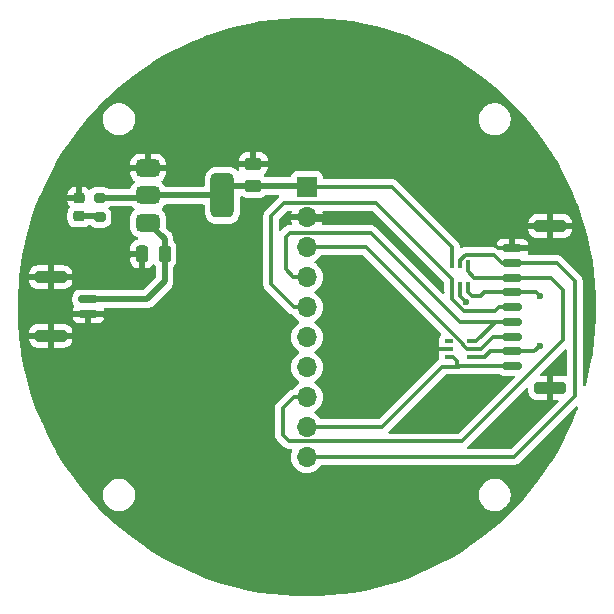
<source format=gtl>
G04 #@! TF.GenerationSoftware,KiCad,Pcbnew,8.0.1*
G04 #@! TF.CreationDate,2024-06-09T19:35:52+05:00*
G04 #@! TF.ProjectId,bno85,626e6f38-352e-46b6-9963-61645f706362,rev?*
G04 #@! TF.SameCoordinates,Original*
G04 #@! TF.FileFunction,Copper,L1,Top*
G04 #@! TF.FilePolarity,Positive*
%FSLAX46Y46*%
G04 Gerber Fmt 4.6, Leading zero omitted, Abs format (unit mm)*
G04 Created by KiCad (PCBNEW 8.0.1) date 2024-06-09 19:35:52*
%MOMM*%
%LPD*%
G01*
G04 APERTURE LIST*
G04 Aperture macros list*
%AMRoundRect*
0 Rectangle with rounded corners*
0 $1 Rounding radius*
0 $2 $3 $4 $5 $6 $7 $8 $9 X,Y pos of 4 corners*
0 Add a 4 corners polygon primitive as box body*
4,1,4,$2,$3,$4,$5,$6,$7,$8,$9,$2,$3,0*
0 Add four circle primitives for the rounded corners*
1,1,$1+$1,$2,$3*
1,1,$1+$1,$4,$5*
1,1,$1+$1,$6,$7*
1,1,$1+$1,$8,$9*
0 Add four rect primitives between the rounded corners*
20,1,$1+$1,$2,$3,$4,$5,0*
20,1,$1+$1,$4,$5,$6,$7,0*
20,1,$1+$1,$6,$7,$8,$9,0*
20,1,$1+$1,$8,$9,$2,$3,0*%
G04 Aperture macros list end*
G04 #@! TA.AperFunction,SMDPad,CuDef*
%ADD10RoundRect,0.100000X0.100000X-0.225000X0.100000X0.225000X-0.100000X0.225000X-0.100000X-0.225000X0*%
G04 #@! TD*
G04 #@! TA.AperFunction,SMDPad,CuDef*
%ADD11RoundRect,0.150000X0.700000X-0.150000X0.700000X0.150000X-0.700000X0.150000X-0.700000X-0.150000X0*%
G04 #@! TD*
G04 #@! TA.AperFunction,SMDPad,CuDef*
%ADD12RoundRect,0.250000X1.100000X-0.250000X1.100000X0.250000X-1.100000X0.250000X-1.100000X-0.250000X0*%
G04 #@! TD*
G04 #@! TA.AperFunction,SMDPad,CuDef*
%ADD13RoundRect,0.100000X-0.225000X-0.100000X0.225000X-0.100000X0.225000X0.100000X-0.225000X0.100000X0*%
G04 #@! TD*
G04 #@! TA.AperFunction,SMDPad,CuDef*
%ADD14RoundRect,0.375000X-0.625000X-0.375000X0.625000X-0.375000X0.625000X0.375000X-0.625000X0.375000X0*%
G04 #@! TD*
G04 #@! TA.AperFunction,SMDPad,CuDef*
%ADD15RoundRect,0.500000X-0.500000X-1.400000X0.500000X-1.400000X0.500000X1.400000X-0.500000X1.400000X0*%
G04 #@! TD*
G04 #@! TA.AperFunction,ComponentPad*
%ADD16R,1.700000X1.700000*%
G04 #@! TD*
G04 #@! TA.AperFunction,ComponentPad*
%ADD17O,1.700000X1.700000*%
G04 #@! TD*
G04 #@! TA.AperFunction,SMDPad,CuDef*
%ADD18RoundRect,0.218750X-0.256250X0.218750X-0.256250X-0.218750X0.256250X-0.218750X0.256250X0.218750X0*%
G04 #@! TD*
G04 #@! TA.AperFunction,SMDPad,CuDef*
%ADD19RoundRect,0.250000X-0.475000X0.250000X-0.475000X-0.250000X0.475000X-0.250000X0.475000X0.250000X0*%
G04 #@! TD*
G04 #@! TA.AperFunction,SMDPad,CuDef*
%ADD20RoundRect,0.150000X-0.700000X0.150000X-0.700000X-0.150000X0.700000X-0.150000X0.700000X0.150000X0*%
G04 #@! TD*
G04 #@! TA.AperFunction,SMDPad,CuDef*
%ADD21RoundRect,0.250000X-1.100000X0.250000X-1.100000X-0.250000X1.100000X-0.250000X1.100000X0.250000X0*%
G04 #@! TD*
G04 #@! TA.AperFunction,SMDPad,CuDef*
%ADD22RoundRect,0.200000X0.275000X-0.200000X0.275000X0.200000X-0.275000X0.200000X-0.275000X-0.200000X0*%
G04 #@! TD*
G04 #@! TA.AperFunction,SMDPad,CuDef*
%ADD23RoundRect,0.250000X-0.250000X-0.475000X0.250000X-0.475000X0.250000X0.475000X-0.250000X0.475000X0*%
G04 #@! TD*
G04 #@! TA.AperFunction,ViaPad*
%ADD24C,0.600000*%
G04 #@! TD*
G04 #@! TA.AperFunction,Conductor*
%ADD25C,0.500000*%
G04 #@! TD*
G04 #@! TA.AperFunction,Conductor*
%ADD26C,0.300000*%
G04 #@! TD*
G04 APERTURE END LIST*
D10*
X219350000Y-94950000D03*
X220000000Y-94949999D03*
X220650000Y-94950000D03*
X220650000Y-93050000D03*
X220000000Y-93050001D03*
X219350000Y-93050000D03*
D11*
X224450000Y-101699999D03*
X224450000Y-100450000D03*
X224450000Y-99199999D03*
X224450000Y-97950000D03*
X224449999Y-96700000D03*
X224450000Y-95450000D03*
X224450000Y-94200001D03*
X224450000Y-92950000D03*
X224450000Y-91700001D03*
D12*
X227650000Y-103550000D03*
X227650000Y-89850000D03*
D13*
X219050000Y-99600000D03*
X219050001Y-100250000D03*
X219050000Y-100900000D03*
X220950000Y-100900000D03*
X220949999Y-100250000D03*
X220950000Y-99600000D03*
D14*
X193600000Y-84950000D03*
X193600001Y-87250000D03*
D15*
X199899999Y-87250000D03*
D14*
X193600000Y-89550000D03*
D16*
X207050000Y-86540000D03*
D17*
X207050000Y-89080000D03*
X207050000Y-91619999D03*
X207050000Y-94160000D03*
X207050000Y-96700000D03*
X207050000Y-99240000D03*
X207050000Y-101780000D03*
X207050000Y-104320001D03*
X207050000Y-106860000D03*
X207050000Y-109400000D03*
D18*
X187750000Y-87437498D03*
X187750000Y-89012500D03*
D19*
X202500000Y-84550001D03*
X202500000Y-86449999D03*
D20*
X188550000Y-96025000D03*
X188550000Y-97275000D03*
D21*
X185350000Y-94175000D03*
X185350000Y-99125000D03*
D22*
X189500000Y-89075000D03*
X189500000Y-87425000D03*
D23*
X193100001Y-92200000D03*
X194999999Y-92200000D03*
D24*
X218850000Y-116720000D03*
X216310000Y-78620000D03*
X198530000Y-91320000D03*
X195990000Y-109100000D03*
X203610000Y-109100000D03*
X213770000Y-81160000D03*
X190250000Y-97750000D03*
X216310000Y-106560000D03*
X215000000Y-97600000D03*
X222500000Y-91000000D03*
X217750000Y-100250000D03*
X203610000Y-101480000D03*
X198530000Y-114180000D03*
X195990000Y-101480000D03*
X198530000Y-93860000D03*
X195990000Y-98940000D03*
X185830000Y-86240000D03*
X221390000Y-86240000D03*
X218850000Y-76080000D03*
X195990000Y-114180000D03*
X206150000Y-83700000D03*
X195990000Y-83700000D03*
X193450000Y-93860000D03*
X193450000Y-114180000D03*
X201070000Y-93860000D03*
X206150000Y-73540000D03*
X223930000Y-86240000D03*
X195990000Y-81160000D03*
X211230000Y-78620000D03*
X195990000Y-106560000D03*
X185830000Y-96400000D03*
X198530000Y-104020000D03*
X216310000Y-111640000D03*
X188370000Y-104020000D03*
X185830000Y-106560000D03*
X216310000Y-81160000D03*
X201070000Y-116720000D03*
X218850000Y-78620000D03*
X193450000Y-109100000D03*
X218850000Y-86240000D03*
X201070000Y-76080000D03*
X198530000Y-98940000D03*
X211230000Y-111640000D03*
X198530000Y-96400000D03*
X226470000Y-83700000D03*
X198530000Y-106560000D03*
X193450000Y-111640000D03*
X188370000Y-91320000D03*
X193450000Y-81160000D03*
X188370000Y-83700000D03*
X216310000Y-76080000D03*
X203610000Y-119260000D03*
X211230000Y-96400000D03*
X201070000Y-96400000D03*
X201070000Y-104020000D03*
X203610000Y-104020000D03*
X213770000Y-111640000D03*
X211230000Y-93860000D03*
X198530000Y-81160000D03*
X191650000Y-92600000D03*
X220493948Y-96257566D03*
X221390000Y-78620000D03*
X203610000Y-111640000D03*
X188370000Y-98940000D03*
X218850000Y-88780000D03*
X203610000Y-76080000D03*
X201070000Y-78620000D03*
X209500000Y-89250000D03*
X206150000Y-111640000D03*
X208690000Y-111640000D03*
X195990000Y-116720000D03*
X213770000Y-96400000D03*
X208690000Y-116720000D03*
X226470000Y-91320000D03*
X203610000Y-114180000D03*
X187800000Y-86074999D03*
X188370000Y-101480000D03*
X211230000Y-104020000D03*
X190910000Y-106560000D03*
X213770000Y-114180000D03*
X201070000Y-91320000D03*
X208690000Y-78620000D03*
X216310000Y-116720000D03*
X203610000Y-116720000D03*
X208690000Y-73540000D03*
X218850000Y-111640000D03*
X198530000Y-78620000D03*
X198530000Y-83700000D03*
X213770000Y-78620000D03*
X185830000Y-88780000D03*
X188370000Y-109100000D03*
X190910000Y-88780000D03*
X190910000Y-104020000D03*
X191500000Y-85500000D03*
X203610000Y-106560000D03*
X206150000Y-76080000D03*
X201070000Y-81160000D03*
X185830000Y-101480000D03*
X223930000Y-88780000D03*
X203610000Y-98940000D03*
X221390000Y-88780000D03*
X211230000Y-73540000D03*
X185830000Y-91320000D03*
X183290000Y-96400000D03*
X206150000Y-116720000D03*
X211230000Y-116720000D03*
X190910000Y-83700000D03*
X195990000Y-96400000D03*
X201070000Y-106560000D03*
X226470000Y-86240000D03*
X211230000Y-119260000D03*
X201070000Y-119260000D03*
X206150000Y-119260000D03*
X203610000Y-96400000D03*
X201070000Y-111640000D03*
X195990000Y-111640000D03*
X213770000Y-76080000D03*
X208690000Y-76080000D03*
X206150000Y-78620000D03*
X188370000Y-93860000D03*
X211230000Y-114180000D03*
X213770000Y-119260000D03*
X211230000Y-83700000D03*
X193450000Y-104020000D03*
X195990000Y-104020000D03*
X195990000Y-76080000D03*
X208690000Y-81160000D03*
X213770000Y-116720000D03*
X211230000Y-81160000D03*
X216310000Y-83700000D03*
X195990000Y-88780000D03*
X203610000Y-78620000D03*
X216310000Y-114180000D03*
X213770000Y-98940000D03*
X211230000Y-76080000D03*
X201070000Y-101480000D03*
X208690000Y-114180000D03*
X195990000Y-78620000D03*
X190910000Y-101480000D03*
X223930000Y-106560000D03*
X208690000Y-119260000D03*
X206150000Y-81160000D03*
X198530000Y-109100000D03*
X218850000Y-81160000D03*
X206150000Y-114180000D03*
X221390000Y-83700000D03*
X193450000Y-78620000D03*
X198530000Y-76080000D03*
X198530000Y-116720000D03*
X216310000Y-86240000D03*
X214400000Y-100500000D03*
X193450000Y-106560000D03*
X202500000Y-83250000D03*
X223930000Y-83700000D03*
X208690000Y-83700000D03*
X218850000Y-83700000D03*
X188370000Y-106560000D03*
X201070000Y-98940000D03*
X190910000Y-109100000D03*
X218850000Y-114180000D03*
X193450000Y-98940000D03*
X193450000Y-101480000D03*
X201070000Y-109100000D03*
X229010000Y-91320000D03*
X218850000Y-106560000D03*
X213770000Y-83700000D03*
X198530000Y-101480000D03*
X201070000Y-114180000D03*
X203610000Y-73540000D03*
X198530000Y-111640000D03*
X203610000Y-81160000D03*
X185830000Y-104020000D03*
X226750000Y-100000000D03*
X226750000Y-95750000D03*
D25*
X194999999Y-94525001D02*
X193500000Y-96025000D01*
X193600000Y-89550000D02*
X194999999Y-90949999D01*
X188550000Y-96025000D02*
X193500000Y-96025000D01*
X194999999Y-92200000D02*
X194999999Y-94525001D01*
X194999999Y-90949999D02*
X194999999Y-92200000D01*
X202500000Y-84550001D02*
X202500000Y-83250000D01*
X190250000Y-97750000D02*
X189775000Y-97275000D01*
X192050000Y-84950000D02*
X191500000Y-85500000D01*
X192050000Y-92200000D02*
X193100001Y-92200000D01*
D26*
X220493948Y-96257566D02*
X220000000Y-95763618D01*
D25*
X189775000Y-97275000D02*
X188550000Y-97275000D01*
D26*
X224450000Y-91700001D02*
X223200001Y-91700001D01*
D25*
X187750000Y-86124998D02*
X187800000Y-86074999D01*
X191650000Y-92600000D02*
X192050000Y-92200000D01*
X187750000Y-87437497D02*
X187750000Y-86124998D01*
X209500000Y-89250000D02*
X207220000Y-89250000D01*
D26*
X220000000Y-95763618D02*
X220000000Y-94949999D01*
X217750000Y-100250000D02*
X219050001Y-100250000D01*
D25*
X193600000Y-84950000D02*
X192050000Y-84950000D01*
X207220000Y-89250000D02*
X207050000Y-89080000D01*
D26*
X223200001Y-91700001D02*
X222500000Y-91000000D01*
D25*
X202500000Y-86449999D02*
X200700000Y-86449999D01*
D26*
X219350000Y-93050000D02*
X219350000Y-91600000D01*
D25*
X200700000Y-86449999D02*
X199899999Y-87250000D01*
X193425001Y-87425000D02*
X193600001Y-87250000D01*
D26*
X219350000Y-91600000D02*
X214290000Y-86540000D01*
X214290000Y-86540000D02*
X207050000Y-86540000D01*
D25*
X202500000Y-86449999D02*
X206959999Y-86449999D01*
X193600001Y-87250000D02*
X199899999Y-87250000D01*
X189500000Y-87425000D02*
X193425001Y-87425000D01*
X206959999Y-86449999D02*
X207050000Y-86540000D01*
D26*
X213390000Y-106860000D02*
X218500000Y-101750000D01*
X207050000Y-106860000D02*
X213390000Y-106860000D01*
X218500000Y-101750000D02*
X219899998Y-101750000D01*
X219899998Y-101750000D02*
X219949999Y-101699999D01*
X219750000Y-101500000D02*
X219949999Y-101699999D01*
X219949999Y-101699999D02*
X224450000Y-101699999D01*
X219400000Y-100900000D02*
X219750000Y-101250000D01*
X219750000Y-101250000D02*
X219750000Y-101500000D01*
X219050000Y-100900000D02*
X219400000Y-100900000D01*
X220190000Y-108060000D02*
X228750000Y-99500000D01*
X205560000Y-108060000D02*
X220190000Y-108060000D01*
X228750000Y-95250000D02*
X227700001Y-94200001D01*
X228750000Y-99500000D02*
X228750000Y-95250000D01*
X227700001Y-94200001D02*
X224450000Y-94200001D01*
X220650000Y-93050000D02*
X220650000Y-93650000D01*
X220650000Y-93650000D02*
X221200001Y-94200001D01*
X205000000Y-107500000D02*
X205560000Y-108060000D01*
X207050000Y-104320001D02*
X205929999Y-104320001D01*
X205000000Y-105250000D02*
X205000000Y-107500000D01*
X205929999Y-104320001D02*
X205000000Y-105250000D01*
X221200001Y-94200001D02*
X224450000Y-94200001D01*
X220000000Y-92725002D02*
X220475002Y-92250000D01*
X229750000Y-94500000D02*
X228200000Y-92950000D01*
X223600001Y-92950000D02*
X224450000Y-92950000D01*
X220000000Y-93050001D02*
X220000000Y-92725002D01*
X224600000Y-109400000D02*
X229750000Y-104250000D01*
X228200000Y-92950000D02*
X224450000Y-92950000D01*
X220475002Y-92250000D02*
X222900001Y-92250000D01*
X229750000Y-104250000D02*
X229750000Y-94500000D01*
X207050000Y-109400000D02*
X224600000Y-109400000D01*
X222900001Y-92250000D02*
X223600001Y-92950000D01*
X220950000Y-100900000D02*
X222100000Y-100900000D01*
X222550000Y-100450000D02*
X224450000Y-100450000D01*
X224450000Y-100450000D02*
X226300000Y-100450000D01*
X226300000Y-100450000D02*
X226750000Y-100000000D01*
X222100000Y-100900000D02*
X222550000Y-100450000D01*
X212450317Y-90419999D02*
X205580001Y-90419999D01*
X205580001Y-90419999D02*
X205250000Y-90750000D01*
X205910000Y-94160000D02*
X207050000Y-94160000D01*
X223050000Y-97950000D02*
X219980318Y-97950000D01*
X205250000Y-93500000D02*
X205910000Y-94160000D01*
X205250000Y-90750000D02*
X205250000Y-93500000D01*
X219980318Y-97950000D02*
X212450317Y-90419999D01*
X221400000Y-99600000D02*
X223050000Y-97950000D01*
X220950000Y-99600000D02*
X221400000Y-99600000D01*
X223050000Y-97950000D02*
X224450000Y-97950000D01*
X219350000Y-94350000D02*
X219350000Y-94950000D01*
X205950000Y-96700000D02*
X204000000Y-94750000D01*
X220317143Y-97000000D02*
X223000000Y-97000000D01*
X204000000Y-89000000D02*
X205120000Y-87880000D01*
X219350000Y-94950000D02*
X219350000Y-96032857D01*
X219350000Y-96032857D02*
X220317143Y-97000000D01*
X207050000Y-96700000D02*
X205950000Y-96700000D01*
X212880000Y-87880000D02*
X219350000Y-94350000D01*
X205120000Y-87880000D02*
X212880000Y-87880000D01*
X204000000Y-94750000D02*
X204000000Y-89000000D01*
X223000000Y-97000000D02*
X223300000Y-96700000D01*
X223300000Y-96700000D02*
X224449999Y-96700000D01*
X220650000Y-94950000D02*
X220650000Y-95400000D01*
X222050000Y-95450000D02*
X224450000Y-95450000D01*
X220650000Y-95400000D02*
X221000000Y-95750000D01*
X221000000Y-95750000D02*
X221750000Y-95750000D01*
X224450000Y-95450000D02*
X226450000Y-95450000D01*
X226450000Y-95450000D02*
X226750000Y-95750000D01*
X221750000Y-95750000D02*
X222050000Y-95450000D01*
X220625000Y-100250000D02*
X220949999Y-100250000D01*
X220949999Y-100250000D02*
X221750000Y-100250000D01*
X222800001Y-99199999D02*
X224450000Y-99199999D01*
X212034167Y-91619999D02*
X220250000Y-99835832D01*
X221750000Y-100250000D02*
X222800001Y-99199999D01*
X207050000Y-91619999D02*
X212034167Y-91619999D01*
X224399999Y-99250000D02*
X224450000Y-99199999D01*
X220250000Y-99835832D02*
X220250000Y-99875000D01*
X220250000Y-99875000D02*
X220625000Y-100250000D01*
D25*
X189437500Y-89012500D02*
X189500000Y-89075000D01*
X187750000Y-89012500D02*
X189437500Y-89012500D01*
G04 #@! TA.AperFunction,Conductor*
G36*
X208034027Y-72220319D02*
G01*
X208038954Y-72220517D01*
X209018919Y-72279794D01*
X209023860Y-72280193D01*
X210000617Y-72378879D01*
X210005551Y-72379478D01*
X210977534Y-72517412D01*
X210982431Y-72518208D01*
X211948078Y-72695170D01*
X211952963Y-72696167D01*
X212910684Y-72911863D01*
X212915511Y-72913053D01*
X213863819Y-73167152D01*
X213868568Y-73168528D01*
X214805844Y-73460594D01*
X214810506Y-73462150D01*
X215735317Y-73791741D01*
X215739942Y-73793496D01*
X216650690Y-74160040D01*
X216655229Y-74161973D01*
X217550476Y-74564891D01*
X217554979Y-74567028D01*
X218433264Y-75005661D01*
X218437664Y-75007970D01*
X219297571Y-75481611D01*
X219301876Y-75484096D01*
X220142031Y-75991986D01*
X220146200Y-75994623D01*
X220965219Y-76535930D01*
X220969320Y-76538760D01*
X221765881Y-77112608D01*
X221769834Y-77115579D01*
X222454371Y-77651880D01*
X222542642Y-77721036D01*
X222546510Y-77724195D01*
X223294250Y-78360225D01*
X223297989Y-78363536D01*
X224019580Y-79029222D01*
X224023181Y-79032682D01*
X224717317Y-79726818D01*
X224720777Y-79730419D01*
X225386463Y-80452010D01*
X225389774Y-80455749D01*
X226025804Y-81203489D01*
X226028963Y-81207357D01*
X226606986Y-81945148D01*
X226634405Y-81980145D01*
X226637396Y-81984126D01*
X227030612Y-82529950D01*
X227211232Y-82780670D01*
X227214069Y-82784780D01*
X227726756Y-83560495D01*
X227755360Y-83603773D01*
X227758021Y-83607982D01*
X227893236Y-83831655D01*
X228265897Y-84448113D01*
X228268394Y-84452438D01*
X228742023Y-85312324D01*
X228744344Y-85316746D01*
X229182967Y-86195011D01*
X229185108Y-86199523D01*
X229396640Y-86669528D01*
X229577964Y-87072414D01*
X229588014Y-87094743D01*
X229589971Y-87099337D01*
X229956498Y-88010043D01*
X229958267Y-88014709D01*
X230286580Y-88935931D01*
X230287834Y-88939448D01*
X230289415Y-88944186D01*
X230581464Y-89881408D01*
X230582854Y-89886204D01*
X230836943Y-90834477D01*
X230838138Y-90839326D01*
X231053831Y-91797032D01*
X231054830Y-91801925D01*
X231231788Y-92767551D01*
X231232589Y-92772481D01*
X231370519Y-93744436D01*
X231371121Y-93749393D01*
X231469804Y-94726120D01*
X231470206Y-94731098D01*
X231529480Y-95711014D01*
X231529681Y-95716004D01*
X231549449Y-96697503D01*
X231549449Y-96702497D01*
X231529681Y-97683995D01*
X231529480Y-97688985D01*
X231470206Y-98668901D01*
X231469804Y-98673879D01*
X231371121Y-99650606D01*
X231370519Y-99655563D01*
X231232589Y-100627518D01*
X231231788Y-100632448D01*
X231054830Y-101598074D01*
X231053831Y-101602967D01*
X230838138Y-102560673D01*
X230836943Y-102565522D01*
X230644275Y-103284570D01*
X230607910Y-103344230D01*
X230545063Y-103374759D01*
X230475687Y-103366464D01*
X230421810Y-103321979D01*
X230400535Y-103255427D01*
X230400500Y-103252476D01*
X230400500Y-94435928D01*
X230375502Y-94310261D01*
X230375501Y-94310260D01*
X230375501Y-94310256D01*
X230326465Y-94191873D01*
X230305340Y-94160257D01*
X230305168Y-94160000D01*
X230255278Y-94085332D01*
X230255272Y-94085325D01*
X228614673Y-92444726D01*
X228614669Y-92444723D01*
X228508127Y-92373535D01*
X228409948Y-92332868D01*
X228389744Y-92324499D01*
X228389738Y-92324497D01*
X228264071Y-92299500D01*
X228264069Y-92299500D01*
X225856725Y-92299500D01*
X225789686Y-92279815D01*
X225743931Y-92227011D01*
X225733987Y-92157853D01*
X225748232Y-92117375D01*
X225748185Y-92117355D01*
X225748480Y-92116673D01*
X225749990Y-92112383D01*
X225751281Y-92110198D01*
X225797100Y-91952487D01*
X225797295Y-91950002D01*
X225797295Y-91950001D01*
X224324000Y-91950001D01*
X224256961Y-91930316D01*
X224211206Y-91877512D01*
X224200000Y-91826001D01*
X224200000Y-90900001D01*
X224700000Y-90900001D01*
X224700000Y-91450001D01*
X225797295Y-91450001D01*
X225797295Y-91449999D01*
X225797100Y-91447514D01*
X225751281Y-91289802D01*
X225667685Y-91148448D01*
X225667678Y-91148439D01*
X225551561Y-91032322D01*
X225551552Y-91032315D01*
X225410196Y-90948718D01*
X225410193Y-90948717D01*
X225252495Y-90902901D01*
X225252489Y-90902900D01*
X225215649Y-90900001D01*
X224700000Y-90900001D01*
X224200000Y-90900001D01*
X223684350Y-90900001D01*
X223647510Y-90902900D01*
X223647504Y-90902901D01*
X223489806Y-90948717D01*
X223489803Y-90948718D01*
X223348447Y-91032315D01*
X223348438Y-91032322D01*
X223232321Y-91148439D01*
X223232314Y-91148448D01*
X223148717Y-91289804D01*
X223148716Y-91289807D01*
X223102900Y-91447505D01*
X223102899Y-91447511D01*
X223099884Y-91485830D01*
X223075000Y-91551118D01*
X223018769Y-91592589D01*
X222970162Y-91598739D01*
X222970162Y-91599500D01*
X222964148Y-91599500D01*
X222964116Y-91599504D01*
X222964075Y-91599500D01*
X222964070Y-91599500D01*
X220410933Y-91599500D01*
X220410931Y-91599500D01*
X220285263Y-91624497D01*
X220285253Y-91624500D01*
X220171952Y-91671431D01*
X220102483Y-91678900D01*
X220040004Y-91647625D01*
X220004352Y-91587535D01*
X220000500Y-91556870D01*
X220000500Y-91535928D01*
X219975502Y-91410260D01*
X219975500Y-91410254D01*
X219955189Y-91361221D01*
X219955187Y-91361216D01*
X219926468Y-91291878D01*
X219926462Y-91291868D01*
X219855278Y-91185332D01*
X219855272Y-91185325D01*
X218769947Y-90100000D01*
X225800001Y-90100000D01*
X225800001Y-90149986D01*
X225810494Y-90252697D01*
X225865641Y-90419119D01*
X225865643Y-90419124D01*
X225957684Y-90568345D01*
X226081654Y-90692315D01*
X226230875Y-90784356D01*
X226230880Y-90784358D01*
X226397302Y-90839505D01*
X226397309Y-90839506D01*
X226500019Y-90849999D01*
X227399999Y-90849999D01*
X227400000Y-90849998D01*
X227400000Y-90100000D01*
X227900000Y-90100000D01*
X227900000Y-90849999D01*
X228799972Y-90849999D01*
X228799986Y-90849998D01*
X228902697Y-90839505D01*
X229069119Y-90784358D01*
X229069124Y-90784356D01*
X229218345Y-90692315D01*
X229342315Y-90568345D01*
X229434356Y-90419124D01*
X229434358Y-90419119D01*
X229489505Y-90252697D01*
X229489506Y-90252690D01*
X229499999Y-90149986D01*
X229500000Y-90149973D01*
X229500000Y-90100000D01*
X227900000Y-90100000D01*
X227400000Y-90100000D01*
X225800001Y-90100000D01*
X218769947Y-90100000D01*
X218269947Y-89600000D01*
X225800000Y-89600000D01*
X227400000Y-89600000D01*
X227400000Y-88850000D01*
X227900000Y-88850000D01*
X227900000Y-89600000D01*
X229499999Y-89600000D01*
X229499999Y-89550028D01*
X229499998Y-89550013D01*
X229489505Y-89447302D01*
X229434358Y-89280880D01*
X229434356Y-89280875D01*
X229342315Y-89131654D01*
X229218345Y-89007684D01*
X229069124Y-88915643D01*
X229069119Y-88915641D01*
X228902697Y-88860494D01*
X228902690Y-88860493D01*
X228799986Y-88850000D01*
X227900000Y-88850000D01*
X227400000Y-88850000D01*
X226500028Y-88850000D01*
X226500012Y-88850001D01*
X226397302Y-88860494D01*
X226230880Y-88915641D01*
X226230875Y-88915643D01*
X226081654Y-89007684D01*
X225957684Y-89131654D01*
X225865643Y-89280875D01*
X225865641Y-89280880D01*
X225810494Y-89447302D01*
X225810493Y-89447309D01*
X225800000Y-89550013D01*
X225800000Y-89600000D01*
X218269947Y-89600000D01*
X214704673Y-86034726D01*
X214666213Y-86009028D01*
X214598127Y-85963535D01*
X214479744Y-85914499D01*
X214479738Y-85914497D01*
X214354071Y-85889500D01*
X214354069Y-85889500D01*
X208524499Y-85889500D01*
X208457460Y-85869815D01*
X208411705Y-85817011D01*
X208400499Y-85765500D01*
X208400499Y-85642129D01*
X208400498Y-85642123D01*
X208399036Y-85628523D01*
X208394091Y-85582517D01*
X208354717Y-85476951D01*
X208343797Y-85447671D01*
X208343793Y-85447664D01*
X208257547Y-85332455D01*
X208257544Y-85332452D01*
X208142335Y-85246206D01*
X208142328Y-85246202D01*
X208007482Y-85195908D01*
X208007483Y-85195908D01*
X207947883Y-85189501D01*
X207947881Y-85189500D01*
X207947873Y-85189500D01*
X207947864Y-85189500D01*
X206152129Y-85189500D01*
X206152123Y-85189501D01*
X206092516Y-85195908D01*
X205957671Y-85246202D01*
X205957664Y-85246206D01*
X205842455Y-85332452D01*
X205842452Y-85332455D01*
X205756206Y-85447664D01*
X205756202Y-85447671D01*
X205705908Y-85582516D01*
X205705238Y-85588756D01*
X205678499Y-85653307D01*
X205621106Y-85693154D01*
X205581949Y-85699499D01*
X203587230Y-85699499D01*
X203520191Y-85679814D01*
X203499549Y-85663180D01*
X203443656Y-85607287D01*
X203443654Y-85607286D01*
X203440347Y-85605246D01*
X203438554Y-85603252D01*
X203437989Y-85602806D01*
X203438065Y-85602709D01*
X203393621Y-85553300D01*
X203382397Y-85484338D01*
X203410239Y-85420255D01*
X203440352Y-85394163D01*
X203443344Y-85392317D01*
X203567315Y-85268346D01*
X203659356Y-85119125D01*
X203659358Y-85119120D01*
X203714505Y-84952698D01*
X203714506Y-84952691D01*
X203724999Y-84849987D01*
X203725000Y-84849974D01*
X203725000Y-84800001D01*
X201275001Y-84800001D01*
X201275001Y-84849987D01*
X201285494Y-84952698D01*
X201300663Y-84998475D01*
X201303065Y-85068304D01*
X201267333Y-85128345D01*
X201204813Y-85159538D01*
X201135353Y-85151977D01*
X201104596Y-85133581D01*
X200953408Y-85010304D01*
X200953409Y-85010304D01*
X200953406Y-85010302D01*
X200773048Y-84916091D01*
X200773047Y-84916090D01*
X200773044Y-84916089D01*
X200655828Y-84882550D01*
X200577417Y-84860114D01*
X200577414Y-84860113D01*
X200577412Y-84860113D01*
X200511101Y-84854217D01*
X200458036Y-84849500D01*
X200458031Y-84849500D01*
X199341970Y-84849500D01*
X199341964Y-84849500D01*
X199341963Y-84849501D01*
X199330315Y-84850536D01*
X199222583Y-84860113D01*
X199026953Y-84916089D01*
X198956883Y-84952691D01*
X198846592Y-85010302D01*
X198846590Y-85010303D01*
X198846589Y-85010304D01*
X198688889Y-85138890D01*
X198583333Y-85268346D01*
X198560301Y-85296593D01*
X198513195Y-85386772D01*
X198466088Y-85476954D01*
X198410113Y-85672583D01*
X198410112Y-85672586D01*
X198399499Y-85791966D01*
X198399499Y-86375500D01*
X198379814Y-86442539D01*
X198327010Y-86488294D01*
X198275499Y-86499500D01*
X195092943Y-86499500D01*
X195025904Y-86479815D01*
X194981855Y-86430594D01*
X194967031Y-86400704D01*
X194847723Y-86252278D01*
X194847722Y-86252277D01*
X194778116Y-86196326D01*
X194738197Y-86138983D01*
X194735617Y-86069161D01*
X194771196Y-86009028D01*
X194778116Y-86003031D01*
X194847369Y-85947364D01*
X194966607Y-85799025D01*
X194966609Y-85799022D01*
X195051168Y-85628523D01*
X195097102Y-85443824D01*
X195100000Y-85401096D01*
X195100000Y-85200000D01*
X192100000Y-85200000D01*
X192100000Y-85401096D01*
X192102897Y-85443824D01*
X192148831Y-85628523D01*
X192233390Y-85799022D01*
X192233392Y-85799025D01*
X192352631Y-85947364D01*
X192421885Y-86003033D01*
X192461803Y-86060376D01*
X192464383Y-86130199D01*
X192428804Y-86190331D01*
X192421885Y-86196327D01*
X192417909Y-86199523D01*
X192352281Y-86252277D01*
X192352277Y-86252280D01*
X192232970Y-86400704D01*
X192232968Y-86400707D01*
X192148361Y-86571303D01*
X192148360Y-86571306D01*
X192146093Y-86580424D01*
X192110812Y-86640732D01*
X192048527Y-86672392D01*
X192025758Y-86674500D01*
X190252977Y-86674500D01*
X190188828Y-86656617D01*
X190064606Y-86581522D01*
X189902196Y-86530914D01*
X189902194Y-86530913D01*
X189902192Y-86530913D01*
X189852778Y-86526423D01*
X189831616Y-86524500D01*
X189168384Y-86524500D01*
X189149145Y-86526248D01*
X189097807Y-86530913D01*
X188935393Y-86581522D01*
X188789811Y-86669530D01*
X188789810Y-86669531D01*
X188719336Y-86740006D01*
X188658013Y-86773491D01*
X188588321Y-86768507D01*
X188543974Y-86740006D01*
X188455080Y-86651112D01*
X188312077Y-86562906D01*
X188312072Y-86562904D01*
X188152583Y-86510055D01*
X188054150Y-86499998D01*
X188000000Y-86499998D01*
X188000000Y-87563498D01*
X187980315Y-87630537D01*
X187927511Y-87676292D01*
X187876000Y-87687498D01*
X186775001Y-87687498D01*
X186775001Y-87704150D01*
X186785056Y-87802581D01*
X186837906Y-87962070D01*
X186837908Y-87962075D01*
X186926114Y-88105078D01*
X186958001Y-88136965D01*
X186991486Y-88198288D01*
X186986502Y-88267980D01*
X186958001Y-88312327D01*
X186925719Y-88344608D01*
X186925716Y-88344612D01*
X186837455Y-88487704D01*
X186837450Y-88487715D01*
X186813868Y-88558881D01*
X186784564Y-88647315D01*
X186784564Y-88647316D01*
X186784563Y-88647316D01*
X186774500Y-88745818D01*
X186774500Y-89279181D01*
X186784563Y-89377683D01*
X186837450Y-89537284D01*
X186837455Y-89537295D01*
X186925716Y-89680387D01*
X186925719Y-89680391D01*
X187044608Y-89799280D01*
X187044612Y-89799283D01*
X187187704Y-89887544D01*
X187187707Y-89887545D01*
X187187713Y-89887549D01*
X187347315Y-89940436D01*
X187445826Y-89950500D01*
X187445831Y-89950500D01*
X188054169Y-89950500D01*
X188054174Y-89950500D01*
X188152685Y-89940436D01*
X188312287Y-89887549D01*
X188455391Y-89799281D01*
X188455396Y-89799275D01*
X188461054Y-89794803D01*
X188461828Y-89795782D01*
X188516676Y-89765834D01*
X188543034Y-89763000D01*
X188670981Y-89763000D01*
X188738020Y-89782685D01*
X188758663Y-89799320D01*
X188789811Y-89830469D01*
X188789813Y-89830470D01*
X188789815Y-89830472D01*
X188935394Y-89918478D01*
X189097804Y-89969086D01*
X189168384Y-89975500D01*
X189168387Y-89975500D01*
X189831613Y-89975500D01*
X189831616Y-89975500D01*
X189902196Y-89969086D01*
X190064606Y-89918478D01*
X190210185Y-89830472D01*
X190330472Y-89710185D01*
X190418478Y-89564606D01*
X190469086Y-89402196D01*
X190475500Y-89331616D01*
X190475500Y-88818384D01*
X190469086Y-88747804D01*
X190418478Y-88585394D01*
X190330472Y-88439815D01*
X190330470Y-88439813D01*
X190330469Y-88439811D01*
X190277839Y-88387181D01*
X190244354Y-88325858D01*
X190249338Y-88256166D01*
X190291210Y-88200233D01*
X190356674Y-88175816D01*
X190365520Y-88175500D01*
X192234805Y-88175500D01*
X192301844Y-88195185D01*
X192331452Y-88221813D01*
X192352272Y-88247715D01*
X192352281Y-88247724D01*
X192421486Y-88303352D01*
X192461405Y-88360695D01*
X192463985Y-88430517D01*
X192428407Y-88490650D01*
X192421487Y-88496646D01*
X192352280Y-88552277D01*
X192352276Y-88552280D01*
X192232969Y-88700704D01*
X192232967Y-88700707D01*
X192148360Y-88871302D01*
X192102400Y-89056107D01*
X192099500Y-89098879D01*
X192099500Y-90001122D01*
X192099501Y-90001125D01*
X192102399Y-90043886D01*
X192102399Y-90043887D01*
X192148360Y-90228696D01*
X192232967Y-90399292D01*
X192232969Y-90399295D01*
X192352277Y-90547721D01*
X192352278Y-90547722D01*
X192500704Y-90667030D01*
X192500707Y-90667032D01*
X192585335Y-90709003D01*
X192671307Y-90751641D01*
X192673747Y-90752247D01*
X192675077Y-90753026D01*
X192677617Y-90753959D01*
X192677449Y-90754413D01*
X192734054Y-90787523D01*
X192765717Y-90849806D01*
X192758682Y-90919321D01*
X192715180Y-90973996D01*
X192682832Y-90990289D01*
X192530879Y-91040642D01*
X192530876Y-91040643D01*
X192381655Y-91132684D01*
X192257685Y-91256654D01*
X192165644Y-91405875D01*
X192165642Y-91405880D01*
X192110495Y-91572302D01*
X192110494Y-91572309D01*
X192100001Y-91675013D01*
X192100001Y-91950000D01*
X193226001Y-91950000D01*
X193293040Y-91969685D01*
X193338795Y-92022489D01*
X193350001Y-92074000D01*
X193350001Y-93424999D01*
X193399973Y-93424999D01*
X193399987Y-93424998D01*
X193502698Y-93414505D01*
X193669120Y-93359358D01*
X193669125Y-93359356D01*
X193818346Y-93267315D01*
X193942317Y-93143344D01*
X193944163Y-93140352D01*
X193945967Y-93138728D01*
X193946799Y-93137677D01*
X193946978Y-93137819D01*
X193996107Y-93093623D01*
X194065069Y-93082396D01*
X194129153Y-93110235D01*
X194155246Y-93140347D01*
X194157286Y-93143654D01*
X194157287Y-93143656D01*
X194213180Y-93199549D01*
X194246665Y-93260872D01*
X194249499Y-93287230D01*
X194249499Y-94162771D01*
X194229814Y-94229810D01*
X194213180Y-94250452D01*
X193225451Y-95238181D01*
X193164128Y-95271666D01*
X193137770Y-95274500D01*
X189532328Y-95274500D01*
X189497733Y-95269576D01*
X189352573Y-95227402D01*
X189352567Y-95227401D01*
X189315701Y-95224500D01*
X189315694Y-95224500D01*
X187784306Y-95224500D01*
X187784298Y-95224500D01*
X187747432Y-95227401D01*
X187747426Y-95227402D01*
X187589606Y-95273254D01*
X187589603Y-95273255D01*
X187448137Y-95356917D01*
X187448129Y-95356923D01*
X187331923Y-95473129D01*
X187331917Y-95473137D01*
X187248255Y-95614603D01*
X187248254Y-95614606D01*
X187202402Y-95772426D01*
X187202401Y-95772432D01*
X187199500Y-95809298D01*
X187199500Y-96240701D01*
X187202401Y-96277567D01*
X187202402Y-96277573D01*
X187248254Y-96435393D01*
X187248255Y-96435396D01*
X187248256Y-96435398D01*
X187272143Y-96475789D01*
X187335890Y-96583580D01*
X187334045Y-96584670D01*
X187355551Y-96639463D01*
X187341862Y-96707979D01*
X187336252Y-96716707D01*
X187336288Y-96716729D01*
X187248718Y-96864801D01*
X187202899Y-97022513D01*
X187202704Y-97024998D01*
X187202705Y-97025000D01*
X189897295Y-97025000D01*
X189897295Y-97024998D01*
X189897100Y-97022511D01*
X189871413Y-96934094D01*
X189871613Y-96864225D01*
X189909556Y-96805555D01*
X189973194Y-96776712D01*
X189990490Y-96775500D01*
X193573920Y-96775500D01*
X193671462Y-96756096D01*
X193718913Y-96746658D01*
X193855495Y-96690084D01*
X193904729Y-96657186D01*
X193978416Y-96607952D01*
X195582951Y-95003417D01*
X195613226Y-94958106D01*
X195653293Y-94898142D01*
X195653297Y-94898135D01*
X195665083Y-94880496D01*
X195721657Y-94743914D01*
X195750499Y-94598919D01*
X195750499Y-93287230D01*
X195770184Y-93220191D01*
X195786818Y-93199549D01*
X195811816Y-93174551D01*
X195842711Y-93143656D01*
X195934813Y-92994334D01*
X195989998Y-92827797D01*
X196000499Y-92725009D01*
X196000498Y-91674992D01*
X195997702Y-91647625D01*
X195989998Y-91572203D01*
X195989997Y-91572200D01*
X195983011Y-91551118D01*
X195934813Y-91405666D01*
X195842711Y-91256344D01*
X195786818Y-91200451D01*
X195753333Y-91139128D01*
X195750499Y-91112770D01*
X195750499Y-90876080D01*
X195750498Y-90876079D01*
X195743891Y-90842860D01*
X195721658Y-90731087D01*
X195667407Y-90600116D01*
X195665763Y-90595521D01*
X195582953Y-90471587D01*
X195582952Y-90471586D01*
X195582950Y-90471583D01*
X195478415Y-90367048D01*
X195136818Y-90025451D01*
X195103333Y-89964128D01*
X195100499Y-89937770D01*
X195100499Y-89098877D01*
X195100498Y-89098876D01*
X195097600Y-89056111D01*
X195051641Y-88871307D01*
X194990391Y-88747807D01*
X194967032Y-88700707D01*
X194967030Y-88700704D01*
X194847722Y-88552278D01*
X194847721Y-88552277D01*
X194778514Y-88496647D01*
X194738595Y-88439304D01*
X194736015Y-88369482D01*
X194771594Y-88309349D01*
X194778487Y-88303375D01*
X194847723Y-88247722D01*
X194967031Y-88099296D01*
X194981855Y-88069406D01*
X195029276Y-88018093D01*
X195092943Y-88000500D01*
X198275500Y-88000500D01*
X198342539Y-88020185D01*
X198388294Y-88072989D01*
X198399500Y-88124500D01*
X198399500Y-88708034D01*
X198410112Y-88827415D01*
X198466088Y-89023045D01*
X198466089Y-89023048D01*
X198466090Y-89023049D01*
X198560301Y-89203407D01*
X198560303Y-89203409D01*
X198688889Y-89361109D01*
X198720651Y-89387007D01*
X198846592Y-89489698D01*
X199026950Y-89583909D01*
X199222581Y-89639886D01*
X199341962Y-89650500D01*
X200458035Y-89650499D01*
X200577417Y-89639886D01*
X200773048Y-89583909D01*
X200953406Y-89489698D01*
X201111108Y-89361109D01*
X201239697Y-89203407D01*
X201333908Y-89023049D01*
X201389885Y-88827418D01*
X201400499Y-88708037D01*
X201400498Y-87418757D01*
X201420183Y-87351719D01*
X201472986Y-87305964D01*
X201542145Y-87296020D01*
X201589590Y-87313217D01*
X201705666Y-87384813D01*
X201872203Y-87439998D01*
X201974991Y-87450499D01*
X203025008Y-87450498D01*
X203025016Y-87450497D01*
X203025019Y-87450497D01*
X203081302Y-87444747D01*
X203127797Y-87439998D01*
X203294334Y-87384813D01*
X203443656Y-87292711D01*
X203499549Y-87236818D01*
X203560872Y-87203333D01*
X203587230Y-87200499D01*
X204580193Y-87200499D01*
X204647232Y-87220184D01*
X204692987Y-87272988D01*
X204702931Y-87342146D01*
X204673906Y-87405702D01*
X204667874Y-87412180D01*
X203494727Y-88585325D01*
X203494726Y-88585326D01*
X203446834Y-88657004D01*
X203446832Y-88657006D01*
X203423539Y-88691864D01*
X203423533Y-88691875D01*
X203374499Y-88810255D01*
X203374497Y-88810261D01*
X203349500Y-88935928D01*
X203349500Y-88935931D01*
X203349500Y-94814069D01*
X203349500Y-94814071D01*
X203349499Y-94814071D01*
X203369511Y-94914669D01*
X203374499Y-94939744D01*
X203423535Y-95058127D01*
X203494614Y-95164506D01*
X203494726Y-95164673D01*
X205535327Y-97205274D01*
X205535330Y-97205276D01*
X205605056Y-97251865D01*
X205641873Y-97276465D01*
X205760256Y-97325501D01*
X205803289Y-97334061D01*
X205865200Y-97366445D01*
X205880673Y-97384554D01*
X206011505Y-97571401D01*
X206011506Y-97571402D01*
X206178597Y-97738493D01*
X206178603Y-97738498D01*
X206364158Y-97868425D01*
X206407783Y-97923002D01*
X206414977Y-97992500D01*
X206383454Y-98054855D01*
X206364158Y-98071575D01*
X206178597Y-98201505D01*
X206011505Y-98368597D01*
X205875965Y-98562169D01*
X205875964Y-98562171D01*
X205776098Y-98776335D01*
X205776094Y-98776344D01*
X205714938Y-99004586D01*
X205714936Y-99004596D01*
X205694341Y-99239999D01*
X205694341Y-99240000D01*
X205714936Y-99475403D01*
X205714938Y-99475413D01*
X205776094Y-99703655D01*
X205776096Y-99703659D01*
X205776097Y-99703663D01*
X205857487Y-99878204D01*
X205875965Y-99917830D01*
X205875967Y-99917834D01*
X206011501Y-100111395D01*
X206011506Y-100111402D01*
X206178597Y-100278493D01*
X206178603Y-100278498D01*
X206364158Y-100408425D01*
X206407783Y-100463002D01*
X206414977Y-100532500D01*
X206383454Y-100594855D01*
X206364158Y-100611575D01*
X206178597Y-100741505D01*
X206011505Y-100908597D01*
X205875965Y-101102169D01*
X205875964Y-101102171D01*
X205776098Y-101316335D01*
X205776094Y-101316344D01*
X205714938Y-101544586D01*
X205714936Y-101544596D01*
X205694341Y-101779999D01*
X205694341Y-101780000D01*
X205714936Y-102015403D01*
X205714938Y-102015413D01*
X205776094Y-102243655D01*
X205776096Y-102243659D01*
X205776097Y-102243663D01*
X205866167Y-102436819D01*
X205875965Y-102457830D01*
X205875967Y-102457834D01*
X206011501Y-102651395D01*
X206011506Y-102651402D01*
X206178597Y-102818493D01*
X206178603Y-102818498D01*
X206364158Y-102948425D01*
X206407783Y-103003002D01*
X206414977Y-103072500D01*
X206383454Y-103134855D01*
X206364159Y-103151575D01*
X206178594Y-103281509D01*
X206011508Y-103448595D01*
X205883911Y-103630823D01*
X205829334Y-103674447D01*
X205806529Y-103681316D01*
X205740258Y-103694498D01*
X205740256Y-103694499D01*
X205621874Y-103743534D01*
X205621865Y-103743539D01*
X205515330Y-103814724D01*
X205515326Y-103814727D01*
X204494727Y-104835325D01*
X204494726Y-104835326D01*
X204423534Y-104941874D01*
X204374499Y-105060255D01*
X204374497Y-105060261D01*
X204349500Y-105185928D01*
X204349500Y-105185931D01*
X204349500Y-107564069D01*
X204349500Y-107564071D01*
X204349499Y-107564071D01*
X204374497Y-107689738D01*
X204374499Y-107689744D01*
X204423534Y-107808125D01*
X204494726Y-107914673D01*
X205145325Y-108565272D01*
X205145331Y-108565277D01*
X205251874Y-108636466D01*
X205321221Y-108665189D01*
X205370256Y-108685501D01*
X205370259Y-108685501D01*
X205370260Y-108685502D01*
X205495928Y-108710500D01*
X205495931Y-108710500D01*
X205624069Y-108710500D01*
X205686766Y-108710500D01*
X205753805Y-108730185D01*
X205799560Y-108782989D01*
X205809504Y-108852147D01*
X205799148Y-108886905D01*
X205776097Y-108936335D01*
X205776094Y-108936344D01*
X205714938Y-109164586D01*
X205714936Y-109164596D01*
X205694341Y-109399999D01*
X205694341Y-109400000D01*
X205714936Y-109635403D01*
X205714938Y-109635413D01*
X205776094Y-109863655D01*
X205776096Y-109863659D01*
X205776097Y-109863663D01*
X205863221Y-110050500D01*
X205875965Y-110077830D01*
X205875967Y-110077834D01*
X205893853Y-110103377D01*
X206011505Y-110271401D01*
X206178599Y-110438495D01*
X206275384Y-110506265D01*
X206372165Y-110574032D01*
X206372167Y-110574033D01*
X206372170Y-110574035D01*
X206586337Y-110673903D01*
X206814592Y-110735063D01*
X207002918Y-110751539D01*
X207049999Y-110755659D01*
X207050000Y-110755659D01*
X207050001Y-110755659D01*
X207089234Y-110752226D01*
X207285408Y-110735063D01*
X207513663Y-110673903D01*
X207727830Y-110574035D01*
X207921401Y-110438495D01*
X208088495Y-110271401D01*
X208206147Y-110103377D01*
X208260724Y-110059752D01*
X208307722Y-110050500D01*
X224664071Y-110050500D01*
X224748615Y-110033682D01*
X224789744Y-110025501D01*
X224908127Y-109976465D01*
X225014669Y-109905277D01*
X229803521Y-105116423D01*
X229864842Y-105082940D01*
X229934534Y-105087924D01*
X229990467Y-105129796D01*
X230014884Y-105195260D01*
X230008004Y-105245733D01*
X229958269Y-105385287D01*
X229956498Y-105389957D01*
X229589971Y-106300662D01*
X229588014Y-106305256D01*
X229185108Y-107200476D01*
X229182967Y-107204988D01*
X228744344Y-108083253D01*
X228742023Y-108087675D01*
X228268394Y-108947561D01*
X228265897Y-108951886D01*
X227758029Y-109792005D01*
X227755360Y-109796226D01*
X227214069Y-110615219D01*
X227211232Y-110619329D01*
X226637405Y-111415862D01*
X226634405Y-111419854D01*
X226028963Y-112192642D01*
X226025804Y-112196510D01*
X225389774Y-112944250D01*
X225386463Y-112947989D01*
X224720777Y-113669580D01*
X224717317Y-113673181D01*
X224023181Y-114367317D01*
X224019580Y-114370777D01*
X223297989Y-115036463D01*
X223294250Y-115039774D01*
X222546510Y-115675804D01*
X222542642Y-115678963D01*
X221769854Y-116284405D01*
X221765862Y-116287405D01*
X220969329Y-116861232D01*
X220965219Y-116864069D01*
X220146226Y-117405360D01*
X220142005Y-117408029D01*
X219301886Y-117915897D01*
X219297561Y-117918394D01*
X218437675Y-118392023D01*
X218433253Y-118394344D01*
X217554988Y-118832967D01*
X217550476Y-118835108D01*
X216655256Y-119238014D01*
X216650662Y-119239971D01*
X215739956Y-119606498D01*
X215735287Y-119608269D01*
X214810551Y-119937834D01*
X214805813Y-119939415D01*
X213868591Y-120231464D01*
X213863795Y-120232854D01*
X212915522Y-120486943D01*
X212910673Y-120488138D01*
X211952967Y-120703831D01*
X211948074Y-120704830D01*
X210982448Y-120881788D01*
X210977518Y-120882589D01*
X210005563Y-121020519D01*
X210000606Y-121021121D01*
X209023879Y-121119804D01*
X209018901Y-121120206D01*
X208038985Y-121179480D01*
X208033995Y-121179681D01*
X207052497Y-121199449D01*
X207047503Y-121199449D01*
X206066004Y-121179681D01*
X206061014Y-121179480D01*
X205081098Y-121120206D01*
X205076120Y-121119804D01*
X204099393Y-121021121D01*
X204094436Y-121020519D01*
X203122481Y-120882589D01*
X203117551Y-120881788D01*
X202151925Y-120704830D01*
X202147032Y-120703831D01*
X201189326Y-120488138D01*
X201184477Y-120486943D01*
X200236204Y-120232854D01*
X200231408Y-120231464D01*
X199294186Y-119939415D01*
X199289464Y-119937839D01*
X198364709Y-119608267D01*
X198360043Y-119606498D01*
X197449337Y-119239971D01*
X197444743Y-119238014D01*
X196549523Y-118835108D01*
X196545011Y-118832967D01*
X195666746Y-118394344D01*
X195662324Y-118392023D01*
X194802438Y-117918394D01*
X194798113Y-117915897D01*
X194544922Y-117762838D01*
X193957982Y-117408021D01*
X193953786Y-117405368D01*
X193134780Y-116864069D01*
X193130670Y-116861232D01*
X192334137Y-116287405D01*
X192330157Y-116284414D01*
X191557357Y-115678963D01*
X191553489Y-115675804D01*
X190805749Y-115039774D01*
X190802010Y-115036463D01*
X190080419Y-114370777D01*
X190076818Y-114367317D01*
X189382682Y-113673181D01*
X189379222Y-113669580D01*
X188713536Y-112947989D01*
X188710225Y-112944250D01*
X188516235Y-112716188D01*
X189789597Y-112716188D01*
X189822850Y-112926141D01*
X189888541Y-113128316D01*
X189985048Y-113317722D01*
X190109987Y-113489688D01*
X190260310Y-113640011D01*
X190432276Y-113764950D01*
X190432278Y-113764951D01*
X190432281Y-113764953D01*
X190621685Y-113861459D01*
X190823854Y-113927148D01*
X191033810Y-113960402D01*
X191033811Y-113960402D01*
X191246383Y-113960402D01*
X191246384Y-113960402D01*
X191456340Y-113927148D01*
X191658509Y-113861459D01*
X191847913Y-113764953D01*
X191869886Y-113748988D01*
X192019883Y-113640011D01*
X192019885Y-113640008D01*
X192019889Y-113640006D01*
X192170201Y-113489694D01*
X192170203Y-113489690D01*
X192170206Y-113489688D01*
X192295145Y-113317722D01*
X192295144Y-113317722D01*
X192295148Y-113317718D01*
X192391654Y-113128314D01*
X192457343Y-112926145D01*
X192490597Y-112716189D01*
X192490597Y-112716188D01*
X221609402Y-112716188D01*
X221642655Y-112926141D01*
X221708346Y-113128316D01*
X221804853Y-113317722D01*
X221929792Y-113489688D01*
X222080115Y-113640011D01*
X222252081Y-113764950D01*
X222252083Y-113764951D01*
X222252086Y-113764953D01*
X222441490Y-113861459D01*
X222643659Y-113927148D01*
X222853615Y-113960402D01*
X222853616Y-113960402D01*
X223066188Y-113960402D01*
X223066189Y-113960402D01*
X223276145Y-113927148D01*
X223478314Y-113861459D01*
X223667718Y-113764953D01*
X223689691Y-113748988D01*
X223839688Y-113640011D01*
X223839690Y-113640008D01*
X223839694Y-113640006D01*
X223990006Y-113489694D01*
X223990008Y-113489690D01*
X223990011Y-113489688D01*
X224114950Y-113317722D01*
X224114949Y-113317722D01*
X224114953Y-113317718D01*
X224211459Y-113128314D01*
X224277148Y-112926145D01*
X224310402Y-112716189D01*
X224310402Y-112503615D01*
X224277148Y-112293659D01*
X224211459Y-112091490D01*
X224114953Y-111902086D01*
X224114951Y-111902083D01*
X224114950Y-111902081D01*
X223990011Y-111730115D01*
X223839688Y-111579792D01*
X223667722Y-111454853D01*
X223478316Y-111358346D01*
X223478315Y-111358345D01*
X223478314Y-111358345D01*
X223276145Y-111292656D01*
X223276143Y-111292655D01*
X223276142Y-111292655D01*
X223114859Y-111267110D01*
X223066189Y-111259402D01*
X222853615Y-111259402D01*
X222804944Y-111267110D01*
X222643662Y-111292655D01*
X222441487Y-111358346D01*
X222252081Y-111454853D01*
X222080115Y-111579792D01*
X221929792Y-111730115D01*
X221804853Y-111902081D01*
X221708346Y-112091487D01*
X221642655Y-112293662D01*
X221609402Y-112503615D01*
X221609402Y-112716188D01*
X192490597Y-112716188D01*
X192490597Y-112503615D01*
X192457343Y-112293659D01*
X192391654Y-112091490D01*
X192295148Y-111902086D01*
X192295146Y-111902083D01*
X192295145Y-111902081D01*
X192170206Y-111730115D01*
X192019883Y-111579792D01*
X191847917Y-111454853D01*
X191658511Y-111358346D01*
X191658510Y-111358345D01*
X191658509Y-111358345D01*
X191456340Y-111292656D01*
X191456338Y-111292655D01*
X191456337Y-111292655D01*
X191295054Y-111267110D01*
X191246384Y-111259402D01*
X191033810Y-111259402D01*
X190985139Y-111267110D01*
X190823857Y-111292655D01*
X190621682Y-111358346D01*
X190432276Y-111454853D01*
X190260310Y-111579792D01*
X190109987Y-111730115D01*
X189985048Y-111902081D01*
X189888541Y-112091487D01*
X189822850Y-112293662D01*
X189789597Y-112503615D01*
X189789597Y-112716188D01*
X188516235Y-112716188D01*
X188074195Y-112196510D01*
X188071036Y-112192642D01*
X187991786Y-112091487D01*
X187465579Y-111419834D01*
X187462608Y-111415881D01*
X186888760Y-110619320D01*
X186885930Y-110615219D01*
X186769131Y-110438498D01*
X186344623Y-109796200D01*
X186341986Y-109792031D01*
X185834096Y-108951876D01*
X185831605Y-108947561D01*
X185798195Y-108886905D01*
X185357970Y-108087664D01*
X185355655Y-108083253D01*
X185019169Y-107409500D01*
X184917028Y-107204979D01*
X184914891Y-107200476D01*
X184581855Y-106460500D01*
X184511973Y-106305229D01*
X184510040Y-106300690D01*
X184143496Y-105389942D01*
X184141741Y-105385317D01*
X183812150Y-104460506D01*
X183810594Y-104455844D01*
X183518528Y-103518568D01*
X183517152Y-103513819D01*
X183263053Y-102565511D01*
X183261861Y-102560673D01*
X183261820Y-102560493D01*
X183046167Y-101602963D01*
X183045169Y-101598074D01*
X183024320Y-101484305D01*
X182868208Y-100632431D01*
X182867410Y-100627518D01*
X182866597Y-100621791D01*
X182729478Y-99655551D01*
X182728878Y-99650606D01*
X182728865Y-99650478D01*
X182701032Y-99375000D01*
X183500001Y-99375000D01*
X183500001Y-99424986D01*
X183510494Y-99527697D01*
X183565641Y-99694119D01*
X183565643Y-99694124D01*
X183657684Y-99843345D01*
X183781654Y-99967315D01*
X183930875Y-100059356D01*
X183930880Y-100059358D01*
X184097302Y-100114505D01*
X184097309Y-100114506D01*
X184200019Y-100124999D01*
X185099999Y-100124999D01*
X185100000Y-100124998D01*
X185100000Y-99375000D01*
X185600000Y-99375000D01*
X185600000Y-100124999D01*
X186499972Y-100124999D01*
X186499986Y-100124998D01*
X186602697Y-100114505D01*
X186769119Y-100059358D01*
X186769124Y-100059356D01*
X186918345Y-99967315D01*
X187042315Y-99843345D01*
X187134356Y-99694124D01*
X187134358Y-99694119D01*
X187189505Y-99527697D01*
X187189506Y-99527690D01*
X187199999Y-99424986D01*
X187200000Y-99424973D01*
X187200000Y-99375000D01*
X185600000Y-99375000D01*
X185100000Y-99375000D01*
X183500001Y-99375000D01*
X182701032Y-99375000D01*
X182650515Y-98875000D01*
X183500000Y-98875000D01*
X185100000Y-98875000D01*
X185100000Y-98125000D01*
X185600000Y-98125000D01*
X185600000Y-98875000D01*
X187199999Y-98875000D01*
X187199999Y-98825028D01*
X187199998Y-98825013D01*
X187189505Y-98722302D01*
X187134358Y-98555880D01*
X187134356Y-98555875D01*
X187042315Y-98406654D01*
X186918345Y-98282684D01*
X186769124Y-98190643D01*
X186769119Y-98190641D01*
X186602697Y-98135494D01*
X186602690Y-98135493D01*
X186499986Y-98125000D01*
X185600000Y-98125000D01*
X185100000Y-98125000D01*
X184200028Y-98125000D01*
X184200012Y-98125001D01*
X184097302Y-98135494D01*
X183930880Y-98190641D01*
X183930875Y-98190643D01*
X183781654Y-98282684D01*
X183657684Y-98406654D01*
X183565643Y-98555875D01*
X183565641Y-98555880D01*
X183510494Y-98722302D01*
X183510493Y-98722309D01*
X183500000Y-98825013D01*
X183500000Y-98875000D01*
X182650515Y-98875000D01*
X182630193Y-98673860D01*
X182629793Y-98668901D01*
X182627152Y-98625233D01*
X182570517Y-97688954D01*
X182570319Y-97684027D01*
X182567116Y-97525001D01*
X187202704Y-97525001D01*
X187202899Y-97527486D01*
X187248718Y-97685198D01*
X187332314Y-97826552D01*
X187332321Y-97826561D01*
X187448438Y-97942678D01*
X187448447Y-97942685D01*
X187589803Y-98026282D01*
X187589806Y-98026283D01*
X187747504Y-98072099D01*
X187747510Y-98072100D01*
X187784350Y-98074999D01*
X187784366Y-98075000D01*
X188300000Y-98075000D01*
X188300000Y-97525000D01*
X188800000Y-97525000D01*
X188800000Y-98075000D01*
X189315634Y-98075000D01*
X189315649Y-98074999D01*
X189352489Y-98072100D01*
X189352495Y-98072099D01*
X189510193Y-98026283D01*
X189510196Y-98026282D01*
X189651552Y-97942685D01*
X189651561Y-97942678D01*
X189767678Y-97826561D01*
X189767685Y-97826552D01*
X189851281Y-97685198D01*
X189897100Y-97527486D01*
X189897295Y-97525001D01*
X189897295Y-97525000D01*
X188800000Y-97525000D01*
X188300000Y-97525000D01*
X187202705Y-97525000D01*
X187202704Y-97525001D01*
X182567116Y-97525001D01*
X182550550Y-96702482D01*
X182550550Y-96697503D01*
X182550639Y-96693081D01*
X182570319Y-95715970D01*
X182570517Y-95711047D01*
X182629794Y-94731076D01*
X182630195Y-94726120D01*
X182632949Y-94698868D01*
X182660619Y-94425000D01*
X183500001Y-94425000D01*
X183500001Y-94474986D01*
X183510494Y-94577697D01*
X183565641Y-94744119D01*
X183565643Y-94744124D01*
X183657684Y-94893345D01*
X183781654Y-95017315D01*
X183930875Y-95109356D01*
X183930880Y-95109358D01*
X184097302Y-95164505D01*
X184097309Y-95164506D01*
X184200019Y-95174999D01*
X185099999Y-95174999D01*
X185100000Y-95174998D01*
X185100000Y-94425000D01*
X185600000Y-94425000D01*
X185600000Y-95174999D01*
X186499972Y-95174999D01*
X186499986Y-95174998D01*
X186602697Y-95164505D01*
X186769119Y-95109358D01*
X186769124Y-95109356D01*
X186918345Y-95017315D01*
X187042315Y-94893345D01*
X187134356Y-94744124D01*
X187134358Y-94744119D01*
X187189505Y-94577697D01*
X187189506Y-94577690D01*
X187199999Y-94474986D01*
X187200000Y-94474973D01*
X187200000Y-94425000D01*
X185600000Y-94425000D01*
X185100000Y-94425000D01*
X183500001Y-94425000D01*
X182660619Y-94425000D01*
X182711135Y-93925000D01*
X183500000Y-93925000D01*
X185100000Y-93925000D01*
X185100000Y-93175000D01*
X185600000Y-93175000D01*
X185600000Y-93925000D01*
X187199999Y-93925000D01*
X187199999Y-93875028D01*
X187199998Y-93875013D01*
X187189505Y-93772302D01*
X187134358Y-93605880D01*
X187134356Y-93605875D01*
X187042315Y-93456654D01*
X186918345Y-93332684D01*
X186769124Y-93240643D01*
X186769119Y-93240641D01*
X186602697Y-93185494D01*
X186602690Y-93185493D01*
X186499986Y-93175000D01*
X185600000Y-93175000D01*
X185100000Y-93175000D01*
X184200028Y-93175000D01*
X184200012Y-93175001D01*
X184097302Y-93185494D01*
X183930880Y-93240641D01*
X183930875Y-93240643D01*
X183781654Y-93332684D01*
X183657684Y-93456654D01*
X183565643Y-93605875D01*
X183565641Y-93605880D01*
X183510494Y-93772302D01*
X183510493Y-93772309D01*
X183500000Y-93875013D01*
X183500000Y-93925000D01*
X182711135Y-93925000D01*
X182728879Y-93749376D01*
X182729480Y-93744436D01*
X182867413Y-92772457D01*
X182868206Y-92767576D01*
X182926404Y-92450000D01*
X192100002Y-92450000D01*
X192100002Y-92724986D01*
X192110495Y-92827697D01*
X192165642Y-92994119D01*
X192165644Y-92994124D01*
X192257685Y-93143345D01*
X192381655Y-93267315D01*
X192530876Y-93359356D01*
X192530881Y-93359358D01*
X192697303Y-93414505D01*
X192697310Y-93414506D01*
X192800020Y-93424999D01*
X192850000Y-93424998D01*
X192850001Y-93424998D01*
X192850001Y-92450000D01*
X192100002Y-92450000D01*
X182926404Y-92450000D01*
X183045171Y-91801911D01*
X183046168Y-91797032D01*
X183062585Y-91724140D01*
X183261866Y-90839304D01*
X183263056Y-90834477D01*
X183517155Y-89886167D01*
X183518524Y-89881444D01*
X183810599Y-88944140D01*
X183812144Y-88939508D01*
X184141747Y-88014665D01*
X184143489Y-88010073D01*
X184474547Y-87187498D01*
X186775000Y-87187498D01*
X187500000Y-87187498D01*
X187500000Y-86499998D01*
X187499999Y-86499997D01*
X187445864Y-86499998D01*
X187445847Y-86499999D01*
X187347415Y-86510055D01*
X187187927Y-86562904D01*
X187187922Y-86562906D01*
X187044919Y-86651112D01*
X186926114Y-86769917D01*
X186837908Y-86912920D01*
X186837906Y-86912925D01*
X186785057Y-87072414D01*
X186775000Y-87170847D01*
X186775000Y-87187498D01*
X184474547Y-87187498D01*
X184510047Y-87099291D01*
X184511965Y-87094788D01*
X184914903Y-86199496D01*
X184917018Y-86195039D01*
X185355671Y-85316714D01*
X185357959Y-85312355D01*
X185695247Y-84700000D01*
X192100000Y-84700000D01*
X193350000Y-84700000D01*
X193350000Y-83700000D01*
X193850000Y-83700000D01*
X193850000Y-84700000D01*
X195100000Y-84700000D01*
X195100000Y-84498903D01*
X195097102Y-84456175D01*
X195058262Y-84300001D01*
X201275000Y-84300001D01*
X202250000Y-84300001D01*
X202250000Y-83550001D01*
X202750000Y-83550001D01*
X202750000Y-84300001D01*
X203724999Y-84300001D01*
X203724999Y-84250029D01*
X203724998Y-84250014D01*
X203714505Y-84147303D01*
X203659358Y-83980881D01*
X203659356Y-83980876D01*
X203567315Y-83831655D01*
X203443345Y-83707685D01*
X203294124Y-83615644D01*
X203294119Y-83615642D01*
X203127697Y-83560495D01*
X203127690Y-83560494D01*
X203024986Y-83550001D01*
X202750000Y-83550001D01*
X202250000Y-83550001D01*
X201975029Y-83550001D01*
X201975012Y-83550002D01*
X201872302Y-83560495D01*
X201705880Y-83615642D01*
X201705875Y-83615644D01*
X201556654Y-83707685D01*
X201432684Y-83831655D01*
X201340643Y-83980876D01*
X201340641Y-83980881D01*
X201285494Y-84147303D01*
X201285493Y-84147310D01*
X201275000Y-84250014D01*
X201275000Y-84300001D01*
X195058262Y-84300001D01*
X195051168Y-84271476D01*
X194966609Y-84100977D01*
X194966607Y-84100974D01*
X194847367Y-83952633D01*
X194847366Y-83952632D01*
X194699025Y-83833392D01*
X194699022Y-83833390D01*
X194528523Y-83748831D01*
X194343824Y-83702897D01*
X194301097Y-83700000D01*
X193850000Y-83700000D01*
X193350000Y-83700000D01*
X192898903Y-83700000D01*
X192856175Y-83702897D01*
X192671476Y-83748831D01*
X192500977Y-83833390D01*
X192500974Y-83833392D01*
X192352633Y-83952632D01*
X192352632Y-83952633D01*
X192233392Y-84100974D01*
X192233390Y-84100977D01*
X192148831Y-84271476D01*
X192102897Y-84456175D01*
X192100000Y-84498903D01*
X192100000Y-84700000D01*
X185695247Y-84700000D01*
X185831623Y-84452406D01*
X185834083Y-84448144D01*
X186342000Y-83607946D01*
X186344608Y-83603821D01*
X186885952Y-82784747D01*
X186888744Y-82780702D01*
X187462626Y-81984093D01*
X187465561Y-81980188D01*
X188071053Y-81207335D01*
X188074176Y-81203511D01*
X188335419Y-80896384D01*
X189789597Y-80896384D01*
X189822851Y-81106340D01*
X189855039Y-81205405D01*
X189888541Y-81308511D01*
X189985048Y-81497917D01*
X190109987Y-81669883D01*
X190260310Y-81820206D01*
X190432276Y-81945145D01*
X190432278Y-81945146D01*
X190432281Y-81945148D01*
X190621685Y-82041654D01*
X190823854Y-82107343D01*
X191033810Y-82140597D01*
X191033811Y-82140597D01*
X191246383Y-82140597D01*
X191246384Y-82140597D01*
X191456340Y-82107343D01*
X191658509Y-82041654D01*
X191847913Y-81945148D01*
X191869886Y-81929183D01*
X192019883Y-81820206D01*
X192019885Y-81820203D01*
X192019889Y-81820201D01*
X192170201Y-81669889D01*
X192170203Y-81669885D01*
X192170206Y-81669883D01*
X192295145Y-81497917D01*
X192295144Y-81497917D01*
X192295148Y-81497913D01*
X192391654Y-81308509D01*
X192457343Y-81106340D01*
X192490597Y-80896384D01*
X221609402Y-80896384D01*
X221642656Y-81106340D01*
X221674844Y-81205405D01*
X221708346Y-81308511D01*
X221804853Y-81497917D01*
X221929792Y-81669883D01*
X222080115Y-81820206D01*
X222252081Y-81945145D01*
X222252083Y-81945146D01*
X222252086Y-81945148D01*
X222441490Y-82041654D01*
X222643659Y-82107343D01*
X222853615Y-82140597D01*
X222853616Y-82140597D01*
X223066188Y-82140597D01*
X223066189Y-82140597D01*
X223276145Y-82107343D01*
X223478314Y-82041654D01*
X223667718Y-81945148D01*
X223689691Y-81929183D01*
X223839688Y-81820206D01*
X223839690Y-81820203D01*
X223839694Y-81820201D01*
X223990006Y-81669889D01*
X223990008Y-81669885D01*
X223990011Y-81669883D01*
X224114950Y-81497917D01*
X224114949Y-81497917D01*
X224114953Y-81497913D01*
X224211459Y-81308509D01*
X224277148Y-81106340D01*
X224310402Y-80896384D01*
X224310402Y-80683810D01*
X224277148Y-80473854D01*
X224211459Y-80271685D01*
X224114953Y-80082281D01*
X224114951Y-80082278D01*
X224114950Y-80082276D01*
X223990011Y-79910310D01*
X223839688Y-79759987D01*
X223667722Y-79635048D01*
X223478316Y-79538541D01*
X223478315Y-79538540D01*
X223478314Y-79538540D01*
X223276145Y-79472851D01*
X223276143Y-79472850D01*
X223276142Y-79472850D01*
X223114859Y-79447305D01*
X223066189Y-79439597D01*
X222853615Y-79439597D01*
X222804944Y-79447305D01*
X222643662Y-79472850D01*
X222441487Y-79538541D01*
X222252081Y-79635048D01*
X222080115Y-79759987D01*
X221929792Y-79910310D01*
X221804853Y-80082276D01*
X221708346Y-80271682D01*
X221642655Y-80473857D01*
X221609402Y-80683810D01*
X221609402Y-80896384D01*
X192490597Y-80896384D01*
X192490597Y-80683810D01*
X192457343Y-80473854D01*
X192391654Y-80271685D01*
X192295148Y-80082281D01*
X192295146Y-80082278D01*
X192295145Y-80082276D01*
X192170206Y-79910310D01*
X192019883Y-79759987D01*
X191847917Y-79635048D01*
X191658511Y-79538541D01*
X191658510Y-79538540D01*
X191658509Y-79538540D01*
X191456340Y-79472851D01*
X191456338Y-79472850D01*
X191456337Y-79472850D01*
X191295054Y-79447305D01*
X191246384Y-79439597D01*
X191033810Y-79439597D01*
X190985139Y-79447305D01*
X190823857Y-79472850D01*
X190621682Y-79538541D01*
X190432276Y-79635048D01*
X190260310Y-79759987D01*
X190109987Y-79910310D01*
X189985048Y-80082276D01*
X189888541Y-80271682D01*
X189822850Y-80473857D01*
X189789597Y-80683810D01*
X189789597Y-80896384D01*
X188335419Y-80896384D01*
X188710232Y-80455740D01*
X188713536Y-80452010D01*
X189379245Y-79730394D01*
X189382657Y-79726843D01*
X190076843Y-79032657D01*
X190080394Y-79029245D01*
X190802018Y-78363528D01*
X190805749Y-78360225D01*
X191553511Y-77724176D01*
X191557335Y-77721053D01*
X192330188Y-77115561D01*
X192334093Y-77112626D01*
X193130702Y-76538744D01*
X193134747Y-76535952D01*
X193953821Y-75994608D01*
X193957946Y-75992000D01*
X194798144Y-75484083D01*
X194802406Y-75481623D01*
X195662355Y-75007959D01*
X195666714Y-75005671D01*
X196545039Y-74567018D01*
X196549496Y-74564903D01*
X197444788Y-74161965D01*
X197449291Y-74160047D01*
X198360073Y-73793489D01*
X198364665Y-73791747D01*
X199289508Y-73462144D01*
X199294140Y-73460599D01*
X200231444Y-73168524D01*
X200236167Y-73167155D01*
X201184499Y-72913050D01*
X201189304Y-72911866D01*
X202147046Y-72696165D01*
X202151911Y-72695171D01*
X203117576Y-72518206D01*
X203122457Y-72517413D01*
X204094454Y-72379477D01*
X204099376Y-72378879D01*
X205076143Y-72280193D01*
X205081076Y-72279794D01*
X206061047Y-72220517D01*
X206065970Y-72220319D01*
X207047518Y-72200550D01*
X207052482Y-72200550D01*
X208034027Y-72220319D01*
G37*
G04 #@! TD.AperFunction*
G04 #@! TA.AperFunction,Conductor*
G36*
X229018834Y-100253625D02*
G01*
X229074767Y-100295497D01*
X229099184Y-100360961D01*
X229099500Y-100369807D01*
X229099500Y-102453988D01*
X229079815Y-102521027D01*
X229027011Y-102566782D01*
X228957853Y-102576726D01*
X228936498Y-102571694D01*
X228902704Y-102560496D01*
X228902690Y-102560493D01*
X228799986Y-102550000D01*
X227900000Y-102550000D01*
X227900000Y-104549999D01*
X228230692Y-104549999D01*
X228297731Y-104569684D01*
X228343486Y-104622488D01*
X228353430Y-104691646D01*
X228324405Y-104755202D01*
X228318373Y-104761680D01*
X224366873Y-108713181D01*
X224305550Y-108746666D01*
X224279192Y-108749500D01*
X220719809Y-108749500D01*
X220652770Y-108729815D01*
X220607015Y-108677011D01*
X220597071Y-108607853D01*
X220626096Y-108544297D01*
X220632128Y-108537819D01*
X223059056Y-106110890D01*
X225588323Y-103581622D01*
X225649642Y-103548140D01*
X225719334Y-103553124D01*
X225775267Y-103594996D01*
X225799684Y-103660460D01*
X225800000Y-103669305D01*
X225800000Y-103849970D01*
X225800001Y-103849987D01*
X225810494Y-103952697D01*
X225865641Y-104119119D01*
X225865643Y-104119124D01*
X225957684Y-104268345D01*
X226081654Y-104392315D01*
X226230875Y-104484356D01*
X226230880Y-104484358D01*
X226397302Y-104539505D01*
X226397309Y-104539506D01*
X226500019Y-104549999D01*
X227399999Y-104549999D01*
X227400000Y-104549998D01*
X227400000Y-102550000D01*
X226919307Y-102550000D01*
X226852268Y-102530315D01*
X226806513Y-102477511D01*
X226796569Y-102408353D01*
X226825594Y-102344797D01*
X226831612Y-102338333D01*
X228887821Y-100282124D01*
X228949142Y-100248641D01*
X229018834Y-100253625D01*
G37*
G04 #@! TD.AperFunction*
G04 #@! TA.AperFunction,Conductor*
G36*
X223347605Y-102367767D02*
G01*
X223402954Y-102400500D01*
X223489602Y-102451743D01*
X223510567Y-102457834D01*
X223647426Y-102497596D01*
X223647429Y-102497596D01*
X223647431Y-102497597D01*
X223684306Y-102500499D01*
X224530193Y-102500499D01*
X224597232Y-102520184D01*
X224642987Y-102572988D01*
X224652931Y-102642146D01*
X224623906Y-102705702D01*
X224617874Y-102712180D01*
X219956873Y-107373181D01*
X219895550Y-107406666D01*
X219869192Y-107409500D01*
X214059809Y-107409500D01*
X213992770Y-107389815D01*
X213947015Y-107337011D01*
X213937071Y-107267853D01*
X213966096Y-107204297D01*
X213972128Y-107197819D01*
X218733127Y-102436819D01*
X218794450Y-102403334D01*
X218820808Y-102400500D01*
X219964069Y-102400500D01*
X220048613Y-102383682D01*
X220089742Y-102375501D01*
X220127314Y-102359937D01*
X220174767Y-102350499D01*
X223284484Y-102350499D01*
X223347605Y-102367767D01*
G37*
G04 #@! TD.AperFunction*
G04 #@! TA.AperFunction,Conductor*
G36*
X211780398Y-92290184D02*
G01*
X211801040Y-92306818D01*
X218393647Y-98899425D01*
X218427132Y-98960748D01*
X218422148Y-99030440D01*
X218400397Y-99064297D01*
X218401666Y-99065271D01*
X218396720Y-99071716D01*
X218396718Y-99071718D01*
X218318728Y-99173356D01*
X218300463Y-99197160D01*
X218239956Y-99343237D01*
X218239955Y-99343239D01*
X218224500Y-99460638D01*
X218224500Y-99739363D01*
X218239954Y-99856758D01*
X218239955Y-99856760D01*
X218248837Y-99878204D01*
X218256304Y-99947673D01*
X218248838Y-99973104D01*
X218240445Y-99993367D01*
X218232988Y-100050000D01*
X218275500Y-100050000D01*
X218342539Y-100069685D01*
X218373875Y-100098513D01*
X218386147Y-100114506D01*
X218396718Y-100128282D01*
X218427140Y-100151625D01*
X218468341Y-100208052D01*
X218472496Y-100277798D01*
X218438283Y-100338719D01*
X218427146Y-100348369D01*
X218396718Y-100371718D01*
X218396717Y-100371719D01*
X218396716Y-100371720D01*
X218373875Y-100401487D01*
X218317447Y-100442690D01*
X218275500Y-100450000D01*
X218232991Y-100450000D01*
X218232989Y-100450001D01*
X218240443Y-100506627D01*
X218240445Y-100506633D01*
X218248836Y-100526891D01*
X218256305Y-100596361D01*
X218248838Y-100621791D01*
X218239956Y-100643235D01*
X218224500Y-100760638D01*
X218224500Y-101039362D01*
X218228034Y-101066201D01*
X218217268Y-101135236D01*
X218173986Y-101185486D01*
X218085327Y-101244725D01*
X218085324Y-101244728D01*
X213156873Y-106173181D01*
X213095550Y-106206666D01*
X213069192Y-106209500D01*
X208307721Y-106209500D01*
X208240682Y-106189815D01*
X208206146Y-106156623D01*
X208088494Y-105988597D01*
X207921402Y-105821506D01*
X207921401Y-105821505D01*
X207735842Y-105691575D01*
X207692218Y-105636998D01*
X207685025Y-105567499D01*
X207716547Y-105505145D01*
X207735843Y-105488425D01*
X207743411Y-105483126D01*
X207921401Y-105358496D01*
X208088495Y-105191402D01*
X208224035Y-104997831D01*
X208323903Y-104783664D01*
X208385063Y-104555409D01*
X208405659Y-104320001D01*
X208385063Y-104084593D01*
X208323903Y-103856338D01*
X208224035Y-103642172D01*
X208216089Y-103630823D01*
X208088494Y-103448598D01*
X207921402Y-103281507D01*
X207921401Y-103281506D01*
X207735840Y-103151575D01*
X207692216Y-103096998D01*
X207685023Y-103027499D01*
X207716545Y-102965145D01*
X207735837Y-102948428D01*
X207921401Y-102818495D01*
X208088495Y-102651401D01*
X208224035Y-102457830D01*
X208323903Y-102243663D01*
X208385063Y-102015408D01*
X208405659Y-101780000D01*
X208385063Y-101544592D01*
X208323903Y-101316337D01*
X208224035Y-101102171D01*
X208180055Y-101039360D01*
X208088494Y-100908597D01*
X207921402Y-100741506D01*
X207921396Y-100741501D01*
X207735842Y-100611575D01*
X207692217Y-100556998D01*
X207685023Y-100487500D01*
X207716546Y-100425145D01*
X207735842Y-100408425D01*
X207803627Y-100360961D01*
X207921401Y-100278495D01*
X208088495Y-100111401D01*
X208224035Y-99917830D01*
X208323903Y-99703663D01*
X208385063Y-99475408D01*
X208405659Y-99240000D01*
X208385063Y-99004592D01*
X208323903Y-98776337D01*
X208224035Y-98562171D01*
X208192719Y-98517446D01*
X208088494Y-98368597D01*
X207921402Y-98201506D01*
X207921396Y-98201501D01*
X207735842Y-98071575D01*
X207692217Y-98016998D01*
X207685023Y-97947500D01*
X207716546Y-97885145D01*
X207735842Y-97868425D01*
X207795643Y-97826552D01*
X207921401Y-97738495D01*
X208088495Y-97571401D01*
X208224035Y-97377830D01*
X208323903Y-97163663D01*
X208385063Y-96935408D01*
X208405659Y-96700000D01*
X208404791Y-96690084D01*
X208386788Y-96484313D01*
X208385063Y-96464592D01*
X208325072Y-96240701D01*
X208323905Y-96236344D01*
X208323904Y-96236343D01*
X208323903Y-96236337D01*
X208224035Y-96022171D01*
X208088495Y-95828599D01*
X208088494Y-95828597D01*
X207921402Y-95661506D01*
X207921396Y-95661501D01*
X207735842Y-95531575D01*
X207692217Y-95476998D01*
X207685023Y-95407500D01*
X207716546Y-95345145D01*
X207735842Y-95328425D01*
X207758026Y-95312891D01*
X207921401Y-95198495D01*
X208088495Y-95031401D01*
X208224035Y-94837830D01*
X208323903Y-94623663D01*
X208385063Y-94395408D01*
X208405659Y-94160000D01*
X208385063Y-93924592D01*
X208323903Y-93696337D01*
X208224035Y-93482171D01*
X208184003Y-93424998D01*
X208088494Y-93288597D01*
X207921402Y-93121506D01*
X207921401Y-93121505D01*
X207881581Y-93093623D01*
X207735839Y-92991573D01*
X207692216Y-92936997D01*
X207685023Y-92867498D01*
X207716545Y-92805144D01*
X207735837Y-92788427D01*
X207921401Y-92658494D01*
X208088495Y-92491400D01*
X208171026Y-92373534D01*
X208206147Y-92323376D01*
X208260724Y-92279751D01*
X208307722Y-92270499D01*
X211713359Y-92270499D01*
X211780398Y-92290184D01*
G37*
G04 #@! TD.AperFunction*
G04 #@! TA.AperFunction,Conductor*
G36*
X212626231Y-88550185D02*
G01*
X212646873Y-88566819D01*
X218619777Y-94539723D01*
X218653262Y-94601046D01*
X218655035Y-94643587D01*
X218649500Y-94685635D01*
X218649500Y-95214363D01*
X218664953Y-95331753D01*
X218664956Y-95331762D01*
X218686180Y-95383002D01*
X218690061Y-95392370D01*
X218699500Y-95439823D01*
X218699500Y-95449873D01*
X218679815Y-95516912D01*
X218627011Y-95562667D01*
X218557853Y-95572611D01*
X218494297Y-95543586D01*
X218487819Y-95537554D01*
X212864990Y-89914725D01*
X212824318Y-89887549D01*
X212758444Y-89843534D01*
X212726902Y-89830469D01*
X212640061Y-89794498D01*
X212640055Y-89794496D01*
X212514388Y-89769499D01*
X212514386Y-89769499D01*
X208412683Y-89769499D01*
X208345644Y-89749814D01*
X208299889Y-89697010D01*
X208289945Y-89627852D01*
X208300300Y-89593095D01*
X208323431Y-89543488D01*
X208323432Y-89543486D01*
X208380636Y-89330000D01*
X207483012Y-89330000D01*
X207515925Y-89272993D01*
X207550000Y-89145826D01*
X207550000Y-89014174D01*
X207515925Y-88887007D01*
X207483012Y-88830000D01*
X208380636Y-88830000D01*
X208380635Y-88829999D01*
X208342210Y-88686594D01*
X208343873Y-88616744D01*
X208383035Y-88558881D01*
X208447264Y-88531377D01*
X208461985Y-88530500D01*
X212559192Y-88530500D01*
X212626231Y-88550185D01*
G37*
G04 #@! TD.AperFunction*
G04 #@! TA.AperFunction,Conductor*
G36*
X205705054Y-88550185D02*
G01*
X205750809Y-88602989D01*
X205760753Y-88672147D01*
X205757790Y-88686594D01*
X205719364Y-88829999D01*
X205719364Y-88830000D01*
X206616988Y-88830000D01*
X206584075Y-88887007D01*
X206550000Y-89014174D01*
X206550000Y-89145826D01*
X206584075Y-89272993D01*
X206616988Y-89330000D01*
X205719364Y-89330000D01*
X205776567Y-89543486D01*
X205776568Y-89543488D01*
X205799700Y-89593095D01*
X205810191Y-89662173D01*
X205781671Y-89725956D01*
X205723194Y-89764195D01*
X205687317Y-89769499D01*
X205515930Y-89769499D01*
X205390262Y-89794496D01*
X205390256Y-89794498D01*
X205271875Y-89843533D01*
X205165327Y-89914725D01*
X205165326Y-89914726D01*
X204862181Y-90217872D01*
X204800858Y-90251357D01*
X204731166Y-90246373D01*
X204675233Y-90204501D01*
X204650816Y-90139037D01*
X204650500Y-90130191D01*
X204650500Y-89320807D01*
X204670185Y-89253768D01*
X204686819Y-89233126D01*
X205353126Y-88566819D01*
X205414449Y-88533334D01*
X205440807Y-88530500D01*
X205638015Y-88530500D01*
X205705054Y-88550185D01*
G37*
G04 #@! TD.AperFunction*
M02*

</source>
